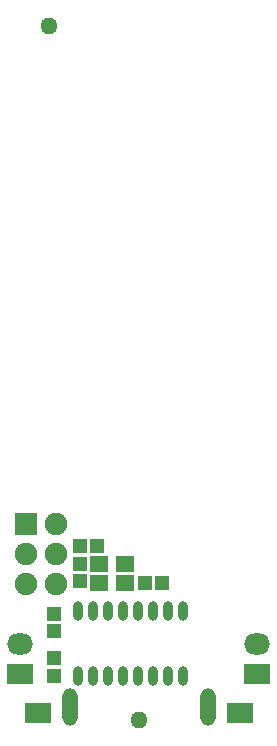
<source format=gbs>
G04*
G04 #@! TF.GenerationSoftware,Altium Limited,Altium Designer,20.0.2 (26)*
G04*
G04 Layer_Color=16711935*
%FSLAX25Y25*%
%MOIN*%
G70*
G01*
G75*
%ADD53R,0.04528X0.04528*%
%ADD55R,0.04528X0.04528*%
%ADD66R,0.06299X0.05315*%
%ADD71R,0.08661X0.07087*%
%ADD72O,0.08661X0.07087*%
%ADD73R,0.07480X0.07480*%
%ADD74C,0.07480*%
%ADD75O,0.05118X0.12598*%
%ADD89O,0.03150X0.06693*%
%ADD90O,0.05701X0.05595*%
D53*
X242815Y388091D02*
D03*
X237106D02*
D03*
X258760Y375984D02*
D03*
X264469D02*
D03*
D55*
X228642Y344980D02*
D03*
Y350689D02*
D03*
Y359941D02*
D03*
Y365650D02*
D03*
X237106Y376575D02*
D03*
Y382283D02*
D03*
D66*
X252165Y375984D02*
D03*
Y382283D02*
D03*
X243504Y375984D02*
D03*
Y382283D02*
D03*
D71*
X290354Y332382D02*
D03*
X223130D02*
D03*
X217028Y345413D02*
D03*
X296260D02*
D03*
D72*
X217028Y355413D02*
D03*
X296260D02*
D03*
D73*
X219035Y395335D02*
D03*
D74*
Y385335D02*
D03*
Y375335D02*
D03*
X229035Y395335D02*
D03*
Y385335D02*
D03*
Y375335D02*
D03*
D75*
X233760Y334350D02*
D03*
X279823D02*
D03*
D89*
X236634Y366634D02*
D03*
X241634D02*
D03*
X246634D02*
D03*
X251634D02*
D03*
X256634D02*
D03*
X261634D02*
D03*
X266634D02*
D03*
X271634D02*
D03*
X236634Y344980D02*
D03*
X241634D02*
D03*
X246634D02*
D03*
X251634D02*
D03*
X256634D02*
D03*
X261634D02*
D03*
X266634D02*
D03*
X271634D02*
D03*
D90*
X226673Y561516D02*
D03*
X256791Y330217D02*
D03*
M02*

</source>
